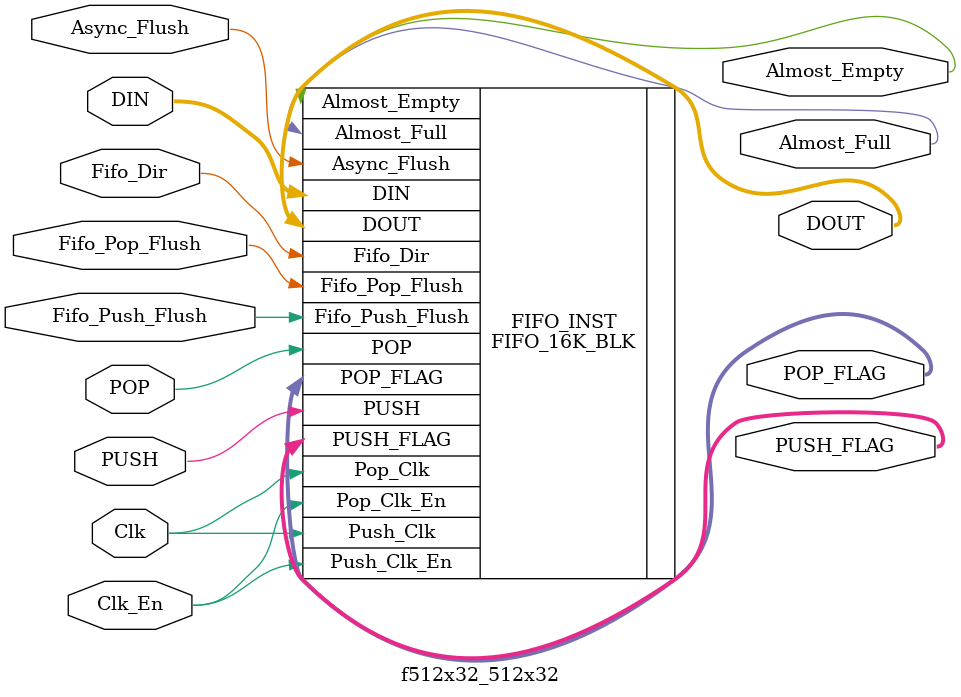
<source format=v>
module f512x32_512x32 (DIN,Fifo_Push_Flush,Fifo_Pop_Flush,PUSH,POP,Clk,Clk_En,Fifo_Dir,Async_Flush,Almost_Full,Almost_Empty,PUSH_FLAG,POP_FLAG,DOUT);

input Fifo_Push_Flush,Fifo_Pop_Flush;
input Clk;
input PUSH,POP;
input [31:0] DIN;
input Clk_En,Fifo_Dir,Async_Flush;
output [31:0] DOUT;
output [3:0] PUSH_FLAG,POP_FLAG;
output Almost_Full,Almost_Empty;

parameter data_depth_int = 512;
parameter data_width_int = 32;
parameter reg_rd_int = 0;
parameter sync_fifo_int = 1;

FIFO_16K_BLK  # (.data_depth_int(data_depth_int),.data_width_int(data_width_int),.reg_rd_int(reg_rd_int),.sync_fifo_int(sync_fifo_int)
        				 ) 
  FIFO_INST    (
                .DIN(DIN),
                .PUSH(PUSH),
                .POP(POP),
                .Fifo_Push_Flush(Fifo_Push_Flush),
                .Fifo_Pop_Flush(Fifo_Pop_Flush),
                .Push_Clk(Clk),
                .Pop_Clk(Clk),
                .PUSH_FLAG(PUSH_FLAG),
                .POP_FLAG(POP_FLAG),
                .Push_Clk_En(Clk_En),
                .Pop_Clk_En(Clk_En),
                .Fifo_Dir(Fifo_Dir),
                .Async_Flush(Async_Flush),
                .Almost_Full(Almost_Full),
                .Almost_Empty(Almost_Empty),
                .DOUT(DOUT)		
         				);

endmodule


</source>
